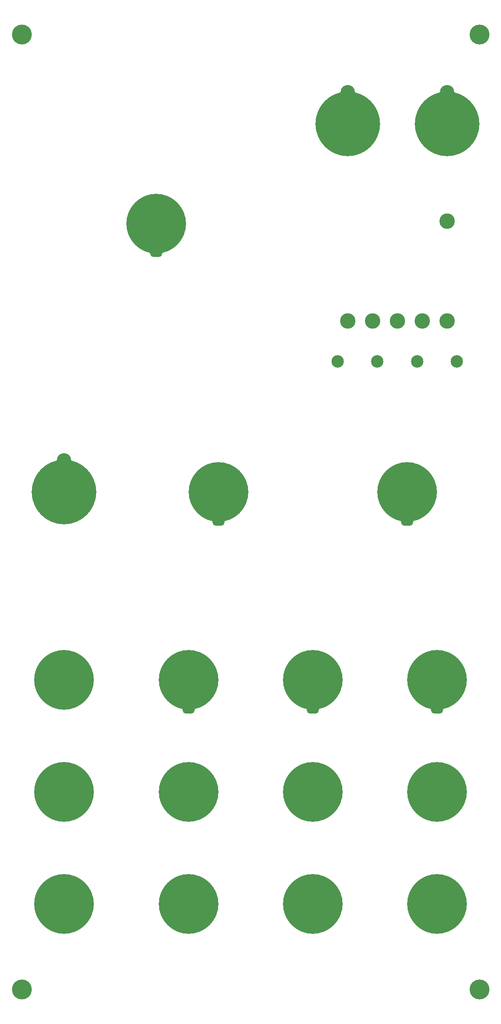
<source format=gts>
G04 #@! TF.GenerationSoftware,KiCad,Pcbnew,8.0.3*
G04 #@! TF.CreationDate,2024-09-16T16:37:34+02:00*
G04 #@! TF.ProjectId,DMH_VCO_40106_PANEL,444d485f-5643-44f5-9f34-303130365f50,1*
G04 #@! TF.SameCoordinates,Original*
G04 #@! TF.FileFunction,Soldermask,Top*
G04 #@! TF.FilePolarity,Negative*
%FSLAX46Y46*%
G04 Gerber Fmt 4.6, Leading zero omitted, Abs format (unit mm)*
G04 Created by KiCad (PCBNEW 8.0.3) date 2024-09-16 16:37:34*
%MOMM*%
%LPD*%
G01*
G04 APERTURE LIST*
%ADD10C,0.500000*%
%ADD11C,12.000000*%
%ADD12O,2.500000X1.500000*%
%ADD13C,4.000000*%
%ADD14C,3.100000*%
%ADD15C,2.500000*%
%ADD16C,2.900000*%
%ADD17C,13.000000*%
G04 APERTURE END LIST*
D10*
X56800000Y-228750000D03*
X58460000Y-224720000D03*
X58470000Y-232790000D03*
X62500000Y-223050000D03*
D11*
X62500000Y-228750000D03*
D10*
X62500000Y-234450000D03*
X66530000Y-232790000D03*
X66540000Y-224720000D03*
X68200000Y-228750000D03*
X131800000Y-206250000D03*
X133460000Y-202220000D03*
X133470000Y-210290000D03*
X137500000Y-200550000D03*
D11*
X137500000Y-206250000D03*
D10*
X137500000Y-211950000D03*
X141530000Y-210290000D03*
X141540000Y-202220000D03*
X143200000Y-206250000D03*
X81800000Y-206250000D03*
X83460000Y-202220000D03*
X83470000Y-210290000D03*
X87500000Y-200550000D03*
D11*
X87500000Y-206250000D03*
D10*
X87500000Y-211950000D03*
X91530000Y-210290000D03*
X91540000Y-202220000D03*
X93200000Y-206250000D03*
X56800000Y-206250000D03*
X58460000Y-202220000D03*
X58470000Y-210290000D03*
X62500000Y-200550000D03*
D11*
X62500000Y-206250000D03*
D10*
X62500000Y-211950000D03*
X66530000Y-210290000D03*
X66540000Y-202220000D03*
X68200000Y-206250000D03*
X106800000Y-206250000D03*
X108460000Y-202220000D03*
X108470000Y-210290000D03*
X112500000Y-200550000D03*
D11*
X112500000Y-206250000D03*
D10*
X112500000Y-211950000D03*
X116530000Y-210290000D03*
X116540000Y-202220000D03*
X118200000Y-206250000D03*
X81800000Y-228750000D03*
X83460000Y-224720000D03*
X83470000Y-232790000D03*
X87500000Y-223050000D03*
D11*
X87500000Y-228750000D03*
D10*
X87500000Y-234450000D03*
X91530000Y-232790000D03*
X91540000Y-224720000D03*
X93200000Y-228750000D03*
X56800000Y-183750000D03*
X58460000Y-179720000D03*
X58470000Y-187790000D03*
X62500000Y-178050000D03*
D11*
X62500000Y-183750000D03*
D10*
X62500000Y-189450000D03*
X66530000Y-187790000D03*
X66540000Y-179720000D03*
X68200000Y-183750000D03*
X106800000Y-228750000D03*
X108460000Y-224720000D03*
X108470000Y-232790000D03*
X112500000Y-223050000D03*
D11*
X112500000Y-228750000D03*
D10*
X112500000Y-234450000D03*
X116530000Y-232790000D03*
X116540000Y-224720000D03*
X118200000Y-228750000D03*
D11*
X87500000Y-183750000D03*
D12*
X87500000Y-189750000D03*
D11*
X81000000Y-92000000D03*
D12*
X81000000Y-98000000D03*
D13*
X54000000Y-246000000D03*
X146000000Y-54000000D03*
D14*
X124500000Y-111620000D03*
D15*
X141500000Y-119750000D03*
X117500000Y-119750000D03*
X133500000Y-119750000D03*
D14*
X139500000Y-91500000D03*
X139500000Y-111620000D03*
D11*
X131500000Y-146000000D03*
D12*
X131500000Y-152000000D03*
D13*
X54000000Y-54000000D03*
D14*
X134500000Y-111620000D03*
X129500000Y-111620000D03*
D11*
X137500000Y-183750000D03*
D12*
X137500000Y-189750000D03*
D16*
X139500000Y-65600000D03*
D17*
X139500000Y-72000000D03*
D13*
X146000000Y-246000000D03*
D16*
X62500000Y-139600000D03*
D17*
X62500000Y-146000000D03*
D15*
X125500000Y-119750000D03*
D11*
X93500000Y-146000000D03*
D12*
X93500000Y-152000000D03*
D14*
X119500000Y-111620000D03*
D16*
X119500000Y-65600000D03*
D17*
X119500000Y-72000000D03*
D11*
X112500000Y-183750000D03*
D12*
X112500000Y-189750000D03*
D10*
X131800000Y-228750000D03*
X133460000Y-224720000D03*
X133470000Y-232790000D03*
X137500000Y-223050000D03*
D11*
X137500000Y-228750000D03*
D10*
X137500000Y-234450000D03*
X141530000Y-232790000D03*
X141540000Y-224720000D03*
X143200000Y-228750000D03*
M02*

</source>
